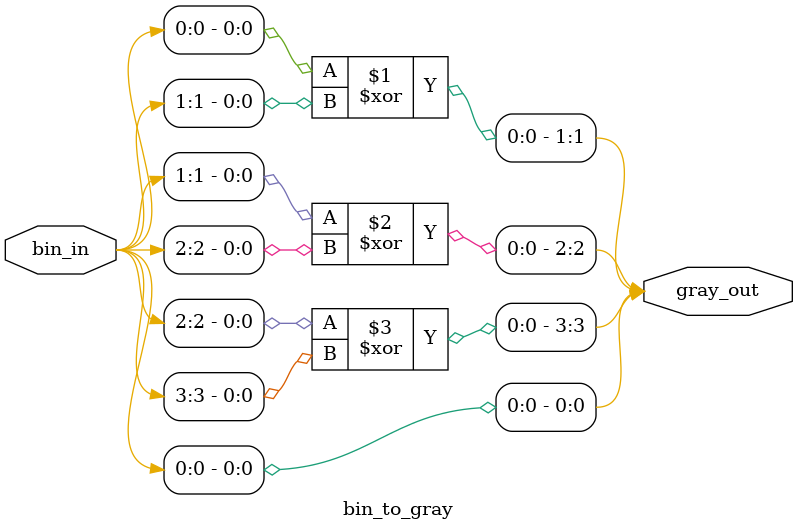
<source format=v>
module bin_to_gray(input [3:0] bin_in, output [3:0] gray_out);

  assign gray_out[0] = bin_in[0];
  assign gray_out[1] = bin_in[0] ^ bin_in[1];
  assign gray_out[2] = bin_in[1] ^ bin_in[2];
  assign gray_out[3] = bin_in[2] ^ bin_in[3];

endmodule
</source>
